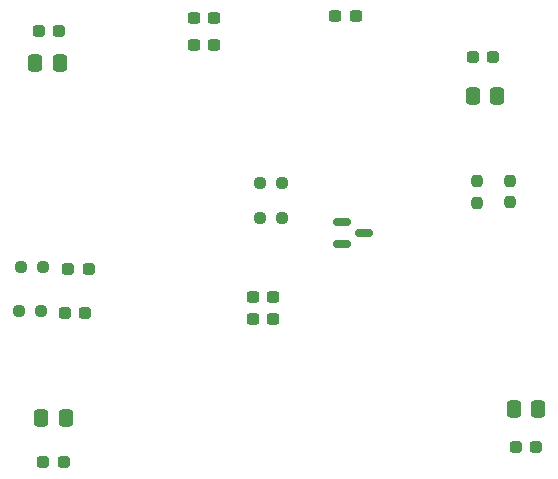
<source format=gbr>
%TF.GenerationSoftware,KiCad,Pcbnew,(6.0.7)*%
%TF.CreationDate,2022-10-25T16:16:00+09:00*%
%TF.ProjectId,quad_jsb,71756164-5f6a-4736-922e-6b696361645f,rev?*%
%TF.SameCoordinates,Original*%
%TF.FileFunction,Paste,Top*%
%TF.FilePolarity,Positive*%
%FSLAX46Y46*%
G04 Gerber Fmt 4.6, Leading zero omitted, Abs format (unit mm)*
G04 Created by KiCad (PCBNEW (6.0.7)) date 2022-10-25 16:16:00*
%MOMM*%
%LPD*%
G01*
G04 APERTURE LIST*
G04 Aperture macros list*
%AMRoundRect*
0 Rectangle with rounded corners*
0 $1 Rounding radius*
0 $2 $3 $4 $5 $6 $7 $8 $9 X,Y pos of 4 corners*
0 Add a 4 corners polygon primitive as box body*
4,1,4,$2,$3,$4,$5,$6,$7,$8,$9,$2,$3,0*
0 Add four circle primitives for the rounded corners*
1,1,$1+$1,$2,$3*
1,1,$1+$1,$4,$5*
1,1,$1+$1,$6,$7*
1,1,$1+$1,$8,$9*
0 Add four rect primitives between the rounded corners*
20,1,$1+$1,$2,$3,$4,$5,0*
20,1,$1+$1,$4,$5,$6,$7,0*
20,1,$1+$1,$6,$7,$8,$9,0*
20,1,$1+$1,$8,$9,$2,$3,0*%
G04 Aperture macros list end*
%ADD10RoundRect,0.250000X-0.337500X-0.475000X0.337500X-0.475000X0.337500X0.475000X-0.337500X0.475000X0*%
%ADD11RoundRect,0.237500X-0.287500X-0.237500X0.287500X-0.237500X0.287500X0.237500X-0.287500X0.237500X0*%
%ADD12RoundRect,0.237500X0.287500X0.237500X-0.287500X0.237500X-0.287500X-0.237500X0.287500X-0.237500X0*%
%ADD13RoundRect,0.150000X-0.587500X-0.150000X0.587500X-0.150000X0.587500X0.150000X-0.587500X0.150000X0*%
%ADD14RoundRect,0.237500X0.300000X0.237500X-0.300000X0.237500X-0.300000X-0.237500X0.300000X-0.237500X0*%
%ADD15RoundRect,0.250000X0.337500X0.475000X-0.337500X0.475000X-0.337500X-0.475000X0.337500X-0.475000X0*%
%ADD16RoundRect,0.237500X0.250000X0.237500X-0.250000X0.237500X-0.250000X-0.237500X0.250000X-0.237500X0*%
%ADD17RoundRect,0.237500X-0.300000X-0.237500X0.300000X-0.237500X0.300000X0.237500X-0.300000X0.237500X0*%
%ADD18RoundRect,0.237500X0.237500X-0.250000X0.237500X0.250000X-0.237500X0.250000X-0.237500X-0.250000X0*%
%ADD19RoundRect,0.237500X-0.237500X0.250000X-0.237500X-0.250000X0.237500X-0.250000X0.237500X0.250000X0*%
G04 APERTURE END LIST*
D10*
%TO.C,C10*%
X43512500Y40500000D03*
X45587500Y40500000D03*
%TD*%
%TO.C,C12*%
X46962500Y14000000D03*
X49037500Y14000000D03*
%TD*%
D11*
%TO.C,D5*%
X43500000Y43750000D03*
X45250000Y43750000D03*
%TD*%
D12*
%TO.C,D4*%
X8875000Y9500000D03*
X7125000Y9500000D03*
%TD*%
D13*
%TO.C,U13*%
X32412500Y29825000D03*
X32412500Y27925000D03*
X34287500Y28875000D03*
%TD*%
D14*
%TO.C,C13*%
X21612500Y44825000D03*
X19887500Y44825000D03*
%TD*%
D15*
%TO.C,C11*%
X8537500Y43250000D03*
X6462500Y43250000D03*
%TD*%
D16*
%TO.C,R4*%
X27350000Y30125000D03*
X25525000Y30125000D03*
%TD*%
D11*
%TO.C,D7*%
X47125000Y10750000D03*
X48875000Y10750000D03*
%TD*%
D12*
%TO.C,D3*%
X10975000Y25850000D03*
X9225000Y25850000D03*
%TD*%
%TO.C,D2*%
X10700000Y22125000D03*
X8950000Y22125000D03*
%TD*%
D17*
%TO.C,C14*%
X31875000Y47225000D03*
X33600000Y47225000D03*
%TD*%
D16*
%TO.C,R10*%
X7075000Y26000000D03*
X5250000Y26000000D03*
%TD*%
D18*
%TO.C,R2*%
X43900000Y31425000D03*
X43900000Y33250000D03*
%TD*%
D16*
%TO.C,R3*%
X27350000Y33125000D03*
X25525000Y33125000D03*
%TD*%
D12*
%TO.C,D6*%
X8500000Y46000000D03*
X6750000Y46000000D03*
%TD*%
D17*
%TO.C,C15*%
X24900000Y23450000D03*
X26625000Y23450000D03*
%TD*%
D15*
%TO.C,C9*%
X9037500Y13250000D03*
X6962500Y13250000D03*
%TD*%
D14*
%TO.C,C1*%
X21612500Y47125000D03*
X19887500Y47125000D03*
%TD*%
D17*
%TO.C,C16*%
X24875000Y21600000D03*
X26600000Y21600000D03*
%TD*%
D19*
%TO.C,R1*%
X46625000Y33300000D03*
X46625000Y31475000D03*
%TD*%
D16*
%TO.C,R9*%
X6912500Y22250000D03*
X5087500Y22250000D03*
%TD*%
M02*

</source>
